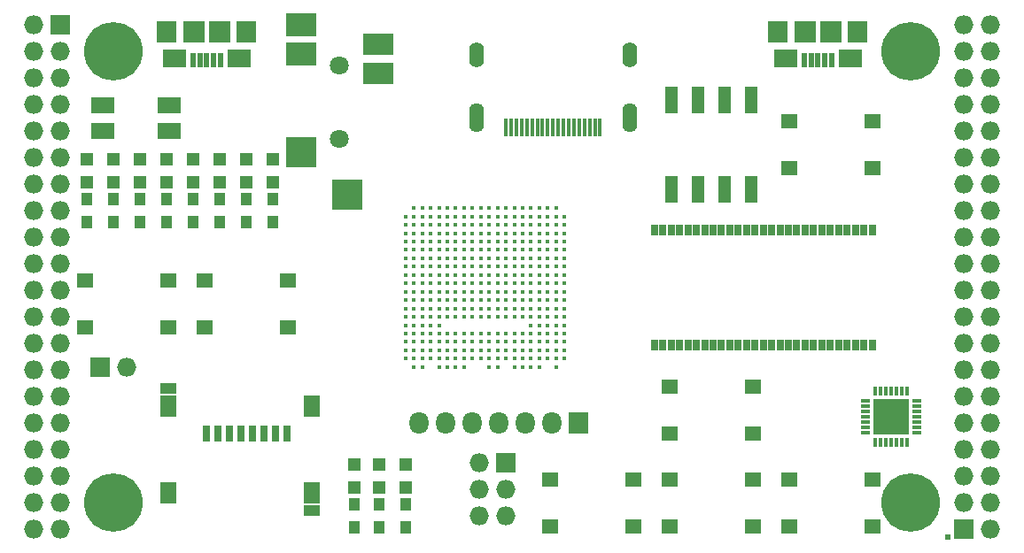
<source format=gts>
G04 #@! TF.FileFunction,Soldermask,Top*
%FSLAX46Y46*%
G04 Gerber Fmt 4.6, Leading zero omitted, Abs format (unit mm)*
G04 Created by KiCad (PCBNEW 4.0.7+dfsg1-1) date Sun Nov 12 22:07:03 2017*
%MOMM*%
%LPD*%
G01*
G04 APERTURE LIST*
%ADD10C,0.100000*%
%ADD11R,1.827200X1.827200*%
%ADD12O,1.827200X1.827200*%
%ADD13R,0.600000X0.600000*%
%ADD14R,0.660000X1.000000*%
%ADD15C,5.600000*%
%ADD16R,2.300000X1.500000*%
%ADD17R,1.000000X1.300000*%
%ADD18R,2.200000X1.700000*%
%ADD19R,2.000000X2.000000*%
%ADD20R,0.500000X1.450000*%
%ADD21R,1.900000X2.000000*%
%ADD22O,0.950000X0.400000*%
%ADD23O,0.400000X0.950000*%
%ADD24R,1.775000X1.775000*%
%ADD25R,1.827200X2.132000*%
%ADD26O,1.827200X2.132000*%
%ADD27R,2.900000X2.300000*%
%ADD28R,2.900000X2.900000*%
%ADD29R,2.900000X2.100000*%
%ADD30C,1.800000*%
%ADD31O,1.400000X2.800000*%
%ADD32O,1.400000X2.400000*%
%ADD33R,0.350000X1.700000*%
%ADD34R,1.650000X1.400000*%
%ADD35R,1.220000X2.540000*%
%ADD36C,0.430000*%
%ADD37R,0.800000X1.600000*%
%ADD38R,1.550000X1.000000*%
%ADD39R,1.550000X2.100000*%
%ADD40R,1.300000X1.300000*%
G04 APERTURE END LIST*
D10*
D11*
X97910000Y-62690000D03*
D12*
X95370000Y-62690000D03*
X97910000Y-65230000D03*
X95370000Y-65230000D03*
X97910000Y-67770000D03*
X95370000Y-67770000D03*
X97910000Y-70310000D03*
X95370000Y-70310000D03*
X97910000Y-72850000D03*
X95370000Y-72850000D03*
X97910000Y-75390000D03*
X95370000Y-75390000D03*
X97910000Y-77930000D03*
X95370000Y-77930000D03*
X97910000Y-80470000D03*
X95370000Y-80470000D03*
X97910000Y-83010000D03*
X95370000Y-83010000D03*
X97910000Y-85550000D03*
X95370000Y-85550000D03*
X97910000Y-88090000D03*
X95370000Y-88090000D03*
X97910000Y-90630000D03*
X95370000Y-90630000D03*
X97910000Y-93170000D03*
X95370000Y-93170000D03*
X97910000Y-95710000D03*
X95370000Y-95710000D03*
X97910000Y-98250000D03*
X95370000Y-98250000D03*
X97910000Y-100790000D03*
X95370000Y-100790000D03*
X97910000Y-103330000D03*
X95370000Y-103330000D03*
X97910000Y-105870000D03*
X95370000Y-105870000D03*
X97910000Y-108410000D03*
X95370000Y-108410000D03*
X97910000Y-110950000D03*
X95370000Y-110950000D03*
D13*
X182675150Y-111637626D03*
D14*
X175480000Y-82270000D03*
X154680000Y-93330000D03*
X155480000Y-93330000D03*
X156280000Y-93330000D03*
X157080000Y-93330000D03*
X157880000Y-93330000D03*
X158680000Y-93330000D03*
X159480000Y-93330000D03*
X160280000Y-93330000D03*
X161080000Y-93330000D03*
X161880000Y-93330000D03*
X162680000Y-93330000D03*
X163480000Y-93330000D03*
X164280000Y-93330000D03*
X165080000Y-93330000D03*
X165880000Y-93330000D03*
X166680000Y-93330000D03*
X167480000Y-93330000D03*
X168280000Y-93330000D03*
X169080000Y-93330000D03*
X169880000Y-93330000D03*
X170680000Y-93330000D03*
X171480000Y-93330000D03*
X172280000Y-93330000D03*
X173080000Y-93330000D03*
X173880000Y-93330000D03*
X174680000Y-93330000D03*
X175480000Y-93330000D03*
X174680000Y-82270000D03*
X173880000Y-82270000D03*
X173080000Y-82270000D03*
X172280000Y-82270000D03*
X171480000Y-82270000D03*
X170680000Y-82270000D03*
X169880000Y-82270000D03*
X169080000Y-82270000D03*
X168280000Y-82270000D03*
X167480000Y-82270000D03*
X166680000Y-82270000D03*
X165880000Y-82270000D03*
X165080000Y-82270000D03*
X164280000Y-82270000D03*
X163480000Y-82270000D03*
X162680000Y-82270000D03*
X161880000Y-82270000D03*
X161080000Y-82270000D03*
X160280000Y-82270000D03*
X159480000Y-82270000D03*
X158680000Y-82270000D03*
X157880000Y-82270000D03*
X157080000Y-82270000D03*
X156280000Y-82270000D03*
X155480000Y-82270000D03*
X154680000Y-82270000D03*
D11*
X184270000Y-110950000D03*
D12*
X186810000Y-110950000D03*
X184270000Y-108410000D03*
X186810000Y-108410000D03*
X184270000Y-105870000D03*
X186810000Y-105870000D03*
X184270000Y-103330000D03*
X186810000Y-103330000D03*
X184270000Y-100790000D03*
X186810000Y-100790000D03*
X184270000Y-98250000D03*
X186810000Y-98250000D03*
X184270000Y-95710000D03*
X186810000Y-95710000D03*
X184270000Y-93170000D03*
X186810000Y-93170000D03*
X184270000Y-90630000D03*
X186810000Y-90630000D03*
X184270000Y-88090000D03*
X186810000Y-88090000D03*
X184270000Y-85550000D03*
X186810000Y-85550000D03*
X184270000Y-83010000D03*
X186810000Y-83010000D03*
X184270000Y-80470000D03*
X186810000Y-80470000D03*
X184270000Y-77930000D03*
X186810000Y-77930000D03*
X184270000Y-75390000D03*
X186810000Y-75390000D03*
X184270000Y-72850000D03*
X186810000Y-72850000D03*
X184270000Y-70310000D03*
X186810000Y-70310000D03*
X184270000Y-67770000D03*
X186810000Y-67770000D03*
X184270000Y-65230000D03*
X186810000Y-65230000D03*
X184270000Y-62690000D03*
X186810000Y-62690000D03*
D15*
X102990000Y-108410000D03*
X179190000Y-108410000D03*
X179190000Y-65230000D03*
X102990000Y-65230000D03*
D16*
X108274000Y-70330000D03*
X101974000Y-70330000D03*
X101974000Y-72830000D03*
X108274000Y-72830000D03*
D11*
X101720000Y-95456000D03*
D12*
X104260000Y-95456000D03*
D17*
X128390000Y-108580000D03*
X128390000Y-110780000D03*
X130930000Y-110780000D03*
X130930000Y-108580000D03*
D18*
X114980000Y-65875000D03*
X108780000Y-65875000D03*
D19*
X113080000Y-63325000D03*
X110680000Y-63325000D03*
D20*
X113180000Y-66000000D03*
X112530000Y-66000000D03*
X111880000Y-66000000D03*
X111230000Y-66000000D03*
X110580000Y-66000000D03*
D21*
X115680000Y-63325000D03*
X108080000Y-63325000D03*
D18*
X173400000Y-65875000D03*
X167200000Y-65875000D03*
D19*
X171500000Y-63325000D03*
X169100000Y-63325000D03*
D20*
X171600000Y-66000000D03*
X170950000Y-66000000D03*
X170300000Y-66000000D03*
X169650000Y-66000000D03*
X169000000Y-66000000D03*
D21*
X174100000Y-63325000D03*
X166500000Y-63325000D03*
D11*
X140455000Y-104600000D03*
D12*
X137915000Y-104600000D03*
X140455000Y-107140000D03*
X137915000Y-107140000D03*
X140455000Y-109680000D03*
X137915000Y-109680000D03*
D17*
X118230000Y-81570000D03*
X118230000Y-79370000D03*
X115690000Y-81570000D03*
X115690000Y-79370000D03*
X113150000Y-81570000D03*
X113150000Y-79370000D03*
X110610000Y-81570000D03*
X110610000Y-79370000D03*
X108070000Y-81570000D03*
X108070000Y-79370000D03*
X105530000Y-81570000D03*
X105530000Y-79370000D03*
X102990000Y-81570000D03*
X102990000Y-79370000D03*
X100450000Y-81570000D03*
X100450000Y-79370000D03*
D22*
X179735000Y-101655000D03*
X179735000Y-101155000D03*
X179735000Y-100655000D03*
X179735000Y-100155000D03*
X179735000Y-99655000D03*
X179735000Y-99155000D03*
X179735000Y-98655000D03*
D23*
X178785000Y-97705000D03*
X178285000Y-97705000D03*
X177785000Y-97705000D03*
X177285000Y-97705000D03*
X176785000Y-97705000D03*
X176285000Y-97705000D03*
X175785000Y-97705000D03*
D22*
X174835000Y-98655000D03*
X174835000Y-99155000D03*
X174835000Y-99655000D03*
X174835000Y-100155000D03*
X174835000Y-100655000D03*
X174835000Y-101155000D03*
X174835000Y-101655000D03*
D23*
X175785000Y-102605000D03*
X176285000Y-102605000D03*
X176785000Y-102605000D03*
X177285000Y-102605000D03*
X177785000Y-102605000D03*
X178285000Y-102605000D03*
X178785000Y-102605000D03*
D24*
X176447500Y-99317500D03*
X176447500Y-100992500D03*
X178122500Y-99317500D03*
X178122500Y-100992500D03*
D25*
X147440000Y-100790000D03*
D26*
X144900000Y-100790000D03*
X142360000Y-100790000D03*
X139820000Y-100790000D03*
X137280000Y-100790000D03*
X134740000Y-100790000D03*
X132200000Y-100790000D03*
D27*
X120880000Y-62640000D03*
X120880000Y-65440000D03*
D28*
X120880000Y-74840000D03*
X125330000Y-78940000D03*
D29*
X128280000Y-67340000D03*
X128280000Y-64540000D03*
D30*
X124580000Y-66540000D03*
X124580000Y-73540000D03*
D31*
X152280000Y-71550000D03*
X137680000Y-71550000D03*
D32*
X137680000Y-65500000D03*
D33*
X140480000Y-72500000D03*
X140980000Y-72500000D03*
X141480000Y-72500000D03*
X141980000Y-72500000D03*
X142480000Y-72500000D03*
X142980000Y-72500000D03*
X143480000Y-72500000D03*
X143980000Y-72500000D03*
X144480000Y-72500000D03*
X144980000Y-72500000D03*
X145480000Y-72500000D03*
X145980000Y-72500000D03*
X146480000Y-72500000D03*
X146980000Y-72500000D03*
X147480000Y-72500000D03*
X147980000Y-72500000D03*
X148480000Y-72500000D03*
X148980000Y-72500000D03*
X149480000Y-72500000D03*
D32*
X152280000Y-65500000D03*
D34*
X175550000Y-71870000D03*
X175550000Y-76370000D03*
X167590000Y-76370000D03*
X167590000Y-71870000D03*
X100280000Y-91610000D03*
X100280000Y-87110000D03*
X108240000Y-87110000D03*
X108240000Y-91610000D03*
X111710000Y-91610000D03*
X111710000Y-87110000D03*
X119670000Y-87110000D03*
X119670000Y-91610000D03*
X156160000Y-101770000D03*
X156160000Y-97270000D03*
X164120000Y-97270000D03*
X164120000Y-101770000D03*
X164120000Y-106160000D03*
X164120000Y-110660000D03*
X156160000Y-110660000D03*
X156160000Y-106160000D03*
X152690000Y-106160000D03*
X152690000Y-110660000D03*
X144730000Y-110660000D03*
X144730000Y-106160000D03*
X175550000Y-106160000D03*
X175550000Y-110660000D03*
X167590000Y-110660000D03*
X167590000Y-106160000D03*
D35*
X163950000Y-69815000D03*
X156330000Y-78425000D03*
X161410000Y-69815000D03*
X158870000Y-78425000D03*
X158870000Y-69815000D03*
X161410000Y-78425000D03*
X156330000Y-69815000D03*
X163950000Y-78425000D03*
D36*
X131680000Y-80200000D03*
X132480000Y-80200000D03*
X133280000Y-80200000D03*
X134080000Y-80200000D03*
X134880000Y-80200000D03*
X135680000Y-80200000D03*
X136480000Y-80200000D03*
X137280000Y-80200000D03*
X138080000Y-80200000D03*
X138880000Y-80200000D03*
X139680000Y-80200000D03*
X140480000Y-80200000D03*
X141280000Y-80200000D03*
X142080000Y-80200000D03*
X142880000Y-80200000D03*
X143680000Y-80200000D03*
X144480000Y-80200000D03*
X145280000Y-80200000D03*
X130880000Y-81000000D03*
X131680000Y-81000000D03*
X132480000Y-81000000D03*
X133280000Y-81000000D03*
X134080000Y-81000000D03*
X134880000Y-81000000D03*
X135680000Y-81000000D03*
X136480000Y-81000000D03*
X137280000Y-81000000D03*
X138080000Y-81000000D03*
X138880000Y-81000000D03*
X139680000Y-81000000D03*
X140480000Y-81000000D03*
X141280000Y-81000000D03*
X142080000Y-81000000D03*
X142880000Y-81000000D03*
X143680000Y-81000000D03*
X144480000Y-81000000D03*
X145280000Y-81000000D03*
X146080000Y-81000000D03*
X130880000Y-81800000D03*
X131680000Y-81800000D03*
X132480000Y-81800000D03*
X133280000Y-81800000D03*
X134080000Y-81800000D03*
X134880000Y-81800000D03*
X135680000Y-81800000D03*
X136480000Y-81800000D03*
X137280000Y-81800000D03*
X138080000Y-81800000D03*
X138880000Y-81800000D03*
X139680000Y-81800000D03*
X140480000Y-81800000D03*
X141280000Y-81800000D03*
X142080000Y-81800000D03*
X142880000Y-81800000D03*
X143680000Y-81800000D03*
X144480000Y-81800000D03*
X145280000Y-81800000D03*
X146080000Y-81800000D03*
X130880000Y-82600000D03*
X131680000Y-82600000D03*
X132480000Y-82600000D03*
X133280000Y-82600000D03*
X134080000Y-82600000D03*
X134880000Y-82600000D03*
X135680000Y-82600000D03*
X136480000Y-82600000D03*
X137280000Y-82600000D03*
X138080000Y-82600000D03*
X138880000Y-82600000D03*
X139680000Y-82600000D03*
X140480000Y-82600000D03*
X141280000Y-82600000D03*
X142080000Y-82600000D03*
X142880000Y-82600000D03*
X143680000Y-82600000D03*
X144480000Y-82600000D03*
X145280000Y-82600000D03*
X146080000Y-82600000D03*
X130880000Y-83400000D03*
X131680000Y-83400000D03*
X132480000Y-83400000D03*
X133280000Y-83400000D03*
X134080000Y-83400000D03*
X134880000Y-83400000D03*
X135680000Y-83400000D03*
X136480000Y-83400000D03*
X137280000Y-83400000D03*
X138080000Y-83400000D03*
X138880000Y-83400000D03*
X139680000Y-83400000D03*
X140480000Y-83400000D03*
X141280000Y-83400000D03*
X142080000Y-83400000D03*
X142880000Y-83400000D03*
X143680000Y-83400000D03*
X144480000Y-83400000D03*
X145280000Y-83400000D03*
X146080000Y-83400000D03*
X130880000Y-84200000D03*
X131680000Y-84200000D03*
X132480000Y-84200000D03*
X133280000Y-84200000D03*
X134080000Y-84200000D03*
X134880000Y-84200000D03*
X135680000Y-84200000D03*
X136480000Y-84200000D03*
X137280000Y-84200000D03*
X138080000Y-84200000D03*
X138880000Y-84200000D03*
X139680000Y-84200000D03*
X140480000Y-84200000D03*
X141280000Y-84200000D03*
X142080000Y-84200000D03*
X142880000Y-84200000D03*
X143680000Y-84200000D03*
X144480000Y-84200000D03*
X145280000Y-84200000D03*
X146080000Y-84200000D03*
X130880000Y-85000000D03*
X131680000Y-85000000D03*
X132480000Y-85000000D03*
X133280000Y-85000000D03*
X134080000Y-85000000D03*
X134880000Y-85000000D03*
X135680000Y-85000000D03*
X136480000Y-85000000D03*
X137280000Y-85000000D03*
X138080000Y-85000000D03*
X138880000Y-85000000D03*
X139680000Y-85000000D03*
X140480000Y-85000000D03*
X141280000Y-85000000D03*
X142080000Y-85000000D03*
X142880000Y-85000000D03*
X143680000Y-85000000D03*
X144480000Y-85000000D03*
X145280000Y-85000000D03*
X146080000Y-85000000D03*
X130880000Y-85800000D03*
X131680000Y-85800000D03*
X132480000Y-85800000D03*
X133280000Y-85800000D03*
X134080000Y-85800000D03*
X134880000Y-85800000D03*
X135680000Y-85800000D03*
X136480000Y-85800000D03*
X137280000Y-85800000D03*
X138080000Y-85800000D03*
X138880000Y-85800000D03*
X139680000Y-85800000D03*
X140480000Y-85800000D03*
X141280000Y-85800000D03*
X142080000Y-85800000D03*
X142880000Y-85800000D03*
X143680000Y-85800000D03*
X144480000Y-85800000D03*
X145280000Y-85800000D03*
X146080000Y-85800000D03*
X130880000Y-86600000D03*
X131680000Y-86600000D03*
X132480000Y-86600000D03*
X133280000Y-86600000D03*
X134080000Y-86600000D03*
X134880000Y-86600000D03*
X135680000Y-86600000D03*
X136480000Y-86600000D03*
X137280000Y-86600000D03*
X138080000Y-86600000D03*
X138880000Y-86600000D03*
X139680000Y-86600000D03*
X140480000Y-86600000D03*
X141280000Y-86600000D03*
X142080000Y-86600000D03*
X142880000Y-86600000D03*
X143680000Y-86600000D03*
X144480000Y-86600000D03*
X145280000Y-86600000D03*
X146080000Y-86600000D03*
X130880000Y-87400000D03*
X131680000Y-87400000D03*
X132480000Y-87400000D03*
X133280000Y-87400000D03*
X134080000Y-87400000D03*
X134880000Y-87400000D03*
X135680000Y-87400000D03*
X136480000Y-87400000D03*
X137280000Y-87400000D03*
X138080000Y-87400000D03*
X138880000Y-87400000D03*
X139680000Y-87400000D03*
X140480000Y-87400000D03*
X141280000Y-87400000D03*
X142080000Y-87400000D03*
X142880000Y-87400000D03*
X143680000Y-87400000D03*
X144480000Y-87400000D03*
X145280000Y-87400000D03*
X146080000Y-87400000D03*
X130880000Y-88200000D03*
X131680000Y-88200000D03*
X132480000Y-88200000D03*
X133280000Y-88200000D03*
X134080000Y-88200000D03*
X134880000Y-88200000D03*
X135680000Y-88200000D03*
X136480000Y-88200000D03*
X137280000Y-88200000D03*
X138080000Y-88200000D03*
X138880000Y-88200000D03*
X139680000Y-88200000D03*
X140480000Y-88200000D03*
X141280000Y-88200000D03*
X142080000Y-88200000D03*
X142880000Y-88200000D03*
X143680000Y-88200000D03*
X144480000Y-88200000D03*
X145280000Y-88200000D03*
X146080000Y-88200000D03*
X130880000Y-89000000D03*
X131680000Y-89000000D03*
X132480000Y-89000000D03*
X133280000Y-89000000D03*
X134080000Y-89000000D03*
X134880000Y-89000000D03*
X135680000Y-89000000D03*
X136480000Y-89000000D03*
X137280000Y-89000000D03*
X138080000Y-89000000D03*
X138880000Y-89000000D03*
X139680000Y-89000000D03*
X140480000Y-89000000D03*
X141280000Y-89000000D03*
X142080000Y-89000000D03*
X142880000Y-89000000D03*
X143680000Y-89000000D03*
X144480000Y-89000000D03*
X145280000Y-89000000D03*
X146080000Y-89000000D03*
X130880000Y-89800000D03*
X131680000Y-89800000D03*
X132480000Y-89800000D03*
X133280000Y-89800000D03*
X134080000Y-89800000D03*
X134880000Y-89800000D03*
X135680000Y-89800000D03*
X136480000Y-89800000D03*
X137280000Y-89800000D03*
X138080000Y-89800000D03*
X138880000Y-89800000D03*
X139680000Y-89800000D03*
X140480000Y-89800000D03*
X141280000Y-89800000D03*
X142080000Y-89800000D03*
X142880000Y-89800000D03*
X143680000Y-89800000D03*
X144480000Y-89800000D03*
X145280000Y-89800000D03*
X146080000Y-89800000D03*
X130880000Y-90600000D03*
X131680000Y-90600000D03*
X132480000Y-90600000D03*
X133280000Y-90600000D03*
X134080000Y-90600000D03*
X134880000Y-90600000D03*
X135680000Y-90600000D03*
X136480000Y-90600000D03*
X137280000Y-90600000D03*
X138080000Y-90600000D03*
X138880000Y-90600000D03*
X139680000Y-90600000D03*
X140480000Y-90600000D03*
X141280000Y-90600000D03*
X142080000Y-90600000D03*
X142880000Y-90600000D03*
X143680000Y-90600000D03*
X144480000Y-90600000D03*
X145280000Y-90600000D03*
X146080000Y-90600000D03*
X130880000Y-91400000D03*
X131680000Y-91400000D03*
X132480000Y-91400000D03*
X133280000Y-91400000D03*
X134080000Y-91400000D03*
X142880000Y-91400000D03*
X143680000Y-91400000D03*
X144480000Y-91400000D03*
X145280000Y-91400000D03*
X146080000Y-91400000D03*
X130880000Y-92200000D03*
X131680000Y-92200000D03*
X132480000Y-92200000D03*
X133280000Y-92200000D03*
X134080000Y-92200000D03*
X134880000Y-92200000D03*
X135680000Y-92200000D03*
X136480000Y-92200000D03*
X137280000Y-92200000D03*
X138080000Y-92200000D03*
X138880000Y-92200000D03*
X139680000Y-92200000D03*
X140480000Y-92200000D03*
X141280000Y-92200000D03*
X142080000Y-92200000D03*
X142880000Y-92200000D03*
X143680000Y-92200000D03*
X144480000Y-92200000D03*
X145280000Y-92200000D03*
X146080000Y-92200000D03*
X130880000Y-93000000D03*
X131680000Y-93000000D03*
X132480000Y-93000000D03*
X133280000Y-93000000D03*
X134080000Y-93000000D03*
X134880000Y-93000000D03*
X135680000Y-93000000D03*
X136480000Y-93000000D03*
X137280000Y-93000000D03*
X138080000Y-93000000D03*
X138880000Y-93000000D03*
X139680000Y-93000000D03*
X140480000Y-93000000D03*
X141280000Y-93000000D03*
X142080000Y-93000000D03*
X142880000Y-93000000D03*
X143680000Y-93000000D03*
X144480000Y-93000000D03*
X145280000Y-93000000D03*
X146080000Y-93000000D03*
X130880000Y-93800000D03*
X131680000Y-93800000D03*
X132480000Y-93800000D03*
X133280000Y-93800000D03*
X134080000Y-93800000D03*
X134880000Y-93800000D03*
X135680000Y-93800000D03*
X136480000Y-93800000D03*
X137280000Y-93800000D03*
X138080000Y-93800000D03*
X138880000Y-93800000D03*
X139680000Y-93800000D03*
X140480000Y-93800000D03*
X141280000Y-93800000D03*
X142080000Y-93800000D03*
X142880000Y-93800000D03*
X143680000Y-93800000D03*
X144480000Y-93800000D03*
X145280000Y-93800000D03*
X146080000Y-93800000D03*
X130880000Y-94600000D03*
X131680000Y-94600000D03*
X132480000Y-94600000D03*
X133280000Y-94600000D03*
X134080000Y-94600000D03*
X134880000Y-94600000D03*
X135680000Y-94600000D03*
X136480000Y-94600000D03*
X137280000Y-94600000D03*
X138080000Y-94600000D03*
X138880000Y-94600000D03*
X139680000Y-94600000D03*
X140480000Y-94600000D03*
X141280000Y-94600000D03*
X142080000Y-94600000D03*
X142880000Y-94600000D03*
X143680000Y-94600000D03*
X144480000Y-94600000D03*
X145280000Y-94600000D03*
X146080000Y-94600000D03*
X131680000Y-95400000D03*
X132480000Y-95400000D03*
X134080000Y-95400000D03*
X134880000Y-95400000D03*
X135680000Y-95400000D03*
X136480000Y-95400000D03*
X138880000Y-95400000D03*
X139680000Y-95400000D03*
X141280000Y-95400000D03*
X142080000Y-95400000D03*
X142880000Y-95400000D03*
X143680000Y-95400000D03*
X145280000Y-95400000D03*
D37*
X111855000Y-101765000D03*
X112955000Y-101765000D03*
X114055000Y-101765000D03*
X115155000Y-101765000D03*
X116255000Y-101765000D03*
X117355000Y-101765000D03*
X118455000Y-101765000D03*
X119555000Y-101765000D03*
D38*
X108180000Y-97465000D03*
X121930000Y-109115000D03*
D39*
X121930000Y-99165000D03*
X108180000Y-99165000D03*
X108180000Y-107465000D03*
X121930000Y-107465000D03*
D40*
X125977000Y-104770000D03*
X125977000Y-106970000D03*
D17*
X125977000Y-108580000D03*
X125977000Y-110780000D03*
D40*
X128390000Y-104770000D03*
X128390000Y-106970000D03*
X118230000Y-77760000D03*
X118230000Y-75560000D03*
X115690000Y-77760000D03*
X115690000Y-75560000D03*
X113150000Y-77760000D03*
X113150000Y-75560000D03*
X110610000Y-77760000D03*
X110610000Y-75560000D03*
X108070000Y-77760000D03*
X108070000Y-75560000D03*
X105530000Y-77760000D03*
X105530000Y-75560000D03*
X102990000Y-77760000D03*
X102990000Y-75560000D03*
X100450000Y-77760000D03*
X100450000Y-75560000D03*
X130930000Y-104770000D03*
X130930000Y-106970000D03*
M02*

</source>
